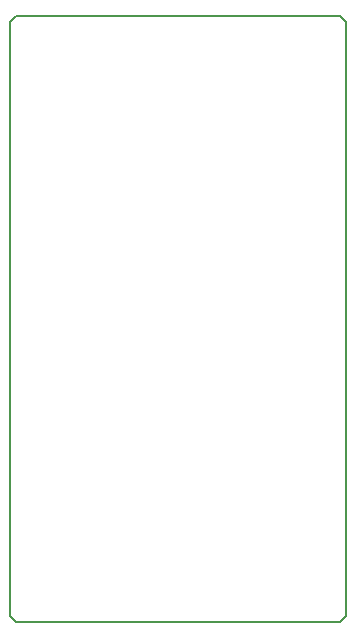
<source format=gm1>
G04 #@! TF.GenerationSoftware,KiCad,Pcbnew,5.0.0-rc2-unknown-dd436b6~65~ubuntu18.04.1*
G04 #@! TF.CreationDate,2018-06-27T22:19:06+02:00*
G04 #@! TF.ProjectId,raspi3-4xWS2812-lvds,7261737069332D34785753323831322D,rev?*
G04 #@! TF.SameCoordinates,Original*
G04 #@! TF.FileFunction,Profile,NP*
%FSLAX46Y46*%
G04 Gerber Fmt 4.6, Leading zero omitted, Abs format (unit mm)*
G04 Created by KiCad (PCBNEW 5.0.0-rc2-unknown-dd436b6~65~ubuntu18.04.1) date Wed Jun 27 22:19:06 2018*
%MOMM*%
%LPD*%
G01*
G04 APERTURE LIST*
%ADD10C,0.200000*%
G04 APERTURE END LIST*
D10*
X85000000Y-101250000D02*
X85000000Y-51000000D01*
X85500000Y-101750000D02*
X85000000Y-101250000D01*
X113000000Y-101750000D02*
X85500000Y-101750000D01*
X113500000Y-101250000D02*
X113000000Y-101750000D01*
X113500000Y-51000000D02*
X113500000Y-101250000D01*
X113000000Y-50500000D02*
X113500000Y-51000000D01*
X85500000Y-50500000D02*
X113000000Y-50500000D01*
X85000000Y-51000000D02*
X85500000Y-50500000D01*
M02*

</source>
